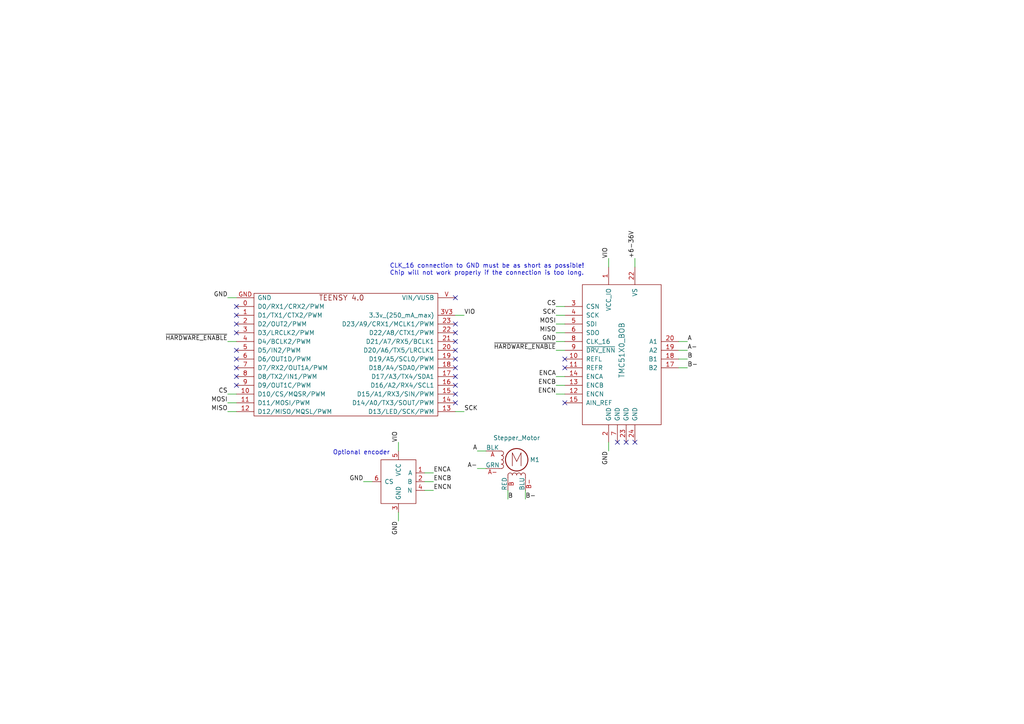
<source format=kicad_sch>
(kicad_sch (version 20230121) (generator eeschema)
  (paper "A4")
  (title_block (title "Trinamic Wiring") (date "2024-06-13") (rev "0.4") (company "Janelia Research Campus"))
  (lib_symbols
    (symbol "Janelia:ENCODER_EMS22Q" (pin_names (offset 1.016))
      (symbol "ENCODER_EMS22Q_0_1"
        (rectangle (start -5.08 6.35) (end 5.08 -6.35))
      )
      (symbol "ENCODER_EMS22Q_1_1"
        (pin output line (at 7.62 2.54 180) (length 2.54) (name "A") (number "1"))
        (pin output line (at 7.62 0 180) (length 2.54) (name "B") (number "2"))
        (pin power_in line (at 0 -8.89 90) (length 2.54) (name "GND") (number "3"))
        (pin output line (at 7.62 -2.54 180) (length 2.54) (name "N") (number "4"))
        (pin power_in line (at 0 8.89 270) (length 2.54) (name "VCC") (number "5"))
        (pin input line (at -7.62 0 0) (length 2.54) (name "CS") (number "6"))
      )
    )
    (symbol "Janelia:Stepper_Motor_QSH2818-32-07-006" (pin_names (offset 0))
      (property "Reference" "M" (at 3.81 0 0))
      (property "Value" "Stepper_Motor_QSH2818-32-07-006" (at 0 6.35 0))
      (symbol "Stepper_Motor_QSH2818-32-07-006_0_0"
        (polyline (pts (xy -1.27 -1.778) (xy -1.27 2.032) (xy 0 -0.508) (xy 1.27 2.032) (xy 1.27 -1.778)))
      )
      (symbol "Stepper_Motor_QSH2818-32-07-006_0_1"
        (arc (start -4.445 -2.54) (mid -3.8127 -1.905) (end -4.445 -1.27))
        (arc (start -4.445 -1.27) (mid -3.8127 -0.635) (end -4.445 0))
        (arc (start -4.445 0) (mid -3.8127 0.635) (end -4.445 1.27))
        (arc (start -4.445 1.27) (mid -3.8127 1.905) (end -4.445 2.54))
        (arc (start -1.27 -4.445) (mid -1.905 -3.8127) (end -2.54 -4.445))
        (arc (start 0 -4.445) (mid -0.635 -3.8127) (end -1.27 -4.445))
        (polyline (pts (xy -5.08 -2.54) (xy -4.445 -2.54)))
        (polyline (pts (xy -5.08 2.54) (xy -4.445 2.54)))
        (polyline (pts (xy -2.54 -5.08) (xy -2.54 -4.445)))
        (polyline (pts (xy 2.54 -5.08) (xy 2.54 -4.445)))
        (circle (center 0 0) (radius 3.2512) (stroke (width 0.254)))
        (arc (start 1.27 -4.445) (mid 0.635 -3.8127) (end 0 -4.445))
        (arc (start 2.54 -4.445) (mid 1.905 -3.8127) (end 1.27 -4.445))
      )
      (symbol "Stepper_Motor_QSH2818-32-07-006_1_1"
        (pin passive line (at -8.89 2.54 0) (length 3.81) (name "BLK") (number "A"))
        (pin passive line (at -8.89 -2.54 0) (length 3.81) (name "GRN") (number "A-"))
        (pin passive line (at -2.54 -8.89 90) (length 3.81) (name "RED") (number "B"))
        (pin passive line (at 2.54 -8.89 90) (length 3.81) (name "BLU") (number "B-"))
      )
    )
    (symbol "Janelia:TEENSY_4.0_HEADERS" (pin_names (offset 1.016))
      (property "Reference" "A" (at 0 19.05 0))
      (symbol "TEENSY_4.0_HEADERS_0_1"
        (rectangle (start -26.67 17.78) (end 26.67 -17.78))
      )
      (symbol "TEENSY_4.0_HEADERS_1_1"
        (text "TEENSY 4.0" (at -1.27 16.51 0) (effects (font (size 1.524 1.524))))
        (pin bidirectional line (at -31.75 13.97 0) (length 5.08) (name "D0/RX1/CRX2/PWM") (number "0"))
        (pin bidirectional line (at -31.75 11.43 0) (length 5.08) (name "D1/TX1/CTX2/PWM") (number "1"))
        (pin bidirectional line (at -31.75 -11.43 0) (length 5.08) (name "D10/CS/MQSR/PWM") (number "10"))
        (pin bidirectional line (at -31.75 -13.97 0) (length 5.08) (name "D11/MOSI/PWM") (number "11"))
        (pin bidirectional line (at -31.75 -16.51 0) (length 5.08) (name "D12/MISO/MQSL/PWM") (number "12"))
        (pin bidirectional line (at 31.75 -16.51 180) (length 5.08) (name "D13/LED/SCK/PWM") (number "13"))
        (pin passive line (at 31.75 -13.97 180) (length 5.08) (name "D14/A0/TX3/SOUT/PWM") (number "14"))
        (pin passive line (at 31.75 -11.43 180) (length 5.08) (name "D15/A1/RX3/SIN/PWM") (number "15"))
        (pin passive line (at 31.75 -8.89 180) (length 5.08) (name "D16/A2/RX4/SCL1") (number "16"))
        (pin passive line (at 31.75 -6.35 180) (length 5.08) (name "D17/A3/TX4/SDA1") (number "17"))
        (pin passive line (at 31.75 -3.81 180) (length 5.08) (name "D18/A4/SDA0/PWM") (number "18"))
        (pin passive line (at 31.75 -1.27 180) (length 5.08) (name "D19/A5/SCL0/PWM") (number "19"))
        (pin bidirectional line (at -31.75 8.89 0) (length 5.08) (name "D2/OUT2/PWM") (number "2"))
        (pin passive line (at 31.75 1.27 180) (length 5.08) (name "D20/A6/TX5/LRCLK1") (number "20"))
        (pin passive line (at 31.75 3.81 180) (length 5.08) (name "D21/A7/RX5/BCLK1") (number "21"))
        (pin passive line (at 31.75 6.35 180) (length 5.08) (name "D22/A8/CTX1/PWM") (number "22"))
        (pin passive line (at 31.75 8.89 180) (length 5.08) (name "D23/A9/CRX1/MCLK1/PWM") (number "23"))
        (pin bidirectional line (at -31.75 6.35 0) (length 5.08) (name "D3/LRCLK2/PWM") (number "3"))
        (pin power_out line (at 31.75 11.43 180) (length 5.08) (name "3.3v_(250_mA_max)") (number "3V3"))
        (pin bidirectional line (at -31.75 3.81 0) (length 5.08) (name "D4/BCLK2/PWM") (number "4"))
        (pin bidirectional line (at -31.75 1.27 0) (length 5.08) (name "D5/IN2/PWM") (number "5"))
        (pin bidirectional line (at -31.75 -1.27 0) (length 5.08) (name "D6/OUT1D/PWM") (number "6"))
        (pin bidirectional line (at -31.75 -3.81 0) (length 5.08) (name "D7/RX2/OUT1A/PWM") (number "7"))
        (pin bidirectional line (at -31.75 -6.35 0) (length 5.08) (name "D8/TX2/IN1/PWM") (number "8"))
        (pin bidirectional line (at -31.75 -8.89 0) (length 5.08) (name "D9/OUT1C/PWM") (number "9"))
        (pin passive line (at -31.75 16.51 0) (length 5.08) (name "GND") (number "GND"))
        (pin passive line (at 31.75 16.51 180) (length 5.08) (name "VIN/VUSB") (number "V"))
      )
    )
    (symbol "Janelia:TMC51X0_BOB" (pin_names (offset 1.016))
      (property "Value" "TMC51X0_BOB" (at 0 0 90))
      (symbol "TMC51X0_BOB_0_1"
        (rectangle (start -11.43 20.32) (end 11.43 -20.32))
      )
      (symbol "TMC51X0_BOB_1_1"
        (pin power_in line (at -3.81 25.4 270) (length 5.08) (name "VCC_IO") (number "1"))
        (pin input line (at -16.51 -1.27 0) (length 5.08) (name "REFL") (number "10"))
        (pin input line (at -16.51 -3.81 0) (length 5.08) (name "REFR") (number "11"))
        (pin input line (at -16.51 -11.43 0) (length 5.08) (name "ENCN") (number "12"))
        (pin input line (at -16.51 -8.89 0) (length 5.08) (name "ENCB") (number "13"))
        (pin input line (at -16.51 -6.35 0) (length 5.08) (name "ENCA") (number "14"))
        (pin input line (at -16.51 -13.97 0) (length 5.08) (name "AIN_REF") (number "15"))
        (pin power_out line (at 16.51 -3.81 180) (length 5.08) (name "B2") (number "17"))
        (pin power_out line (at 16.51 -1.27 180) (length 5.08) (name "B1") (number "18"))
        (pin power_out line (at 16.51 1.27 180) (length 5.08) (name "A2") (number "19"))
        (pin power_in line (at -3.81 -25.4 90) (length 5.08) (name "GND") (number "2"))
        (pin power_out line (at 16.51 3.81 180) (length 5.08) (name "A1") (number "20"))
        (pin power_in line (at 3.81 25.4 270) (length 5.08) (name "VS") (number "22"))
        (pin power_in line (at 1.27 -25.4 90) (length 5.08) (name "GND") (number "23"))
        (pin power_in line (at 3.81 -25.4 90) (length 5.08) (name "GND") (number "24"))
        (pin input line (at -16.51 13.97 0) (length 5.08) (name "CSN") (number "3"))
        (pin input line (at -16.51 11.43 0) (length 5.08) (name "SCK") (number "4"))
        (pin input line (at -16.51 8.89 0) (length 5.08) (name "SDI") (number "5"))
        (pin output line (at -16.51 6.35 0) (length 5.08) (name "SDO") (number "6"))
        (pin power_in line (at -1.27 -25.4 90) (length 5.08) (name "GND") (number "7"))
        (pin input line (at -16.51 3.81 0) (length 5.08) (name "CLK_16") (number "8"))
        (pin input line (at -16.51 1.27 0) (length 5.08) (name "~{DRV_ENN}") (number "9"))
      )
    )
  )
  (no_connect (at 132.08 86.36))
  (no_connect (at 132.08 114.3))
  (no_connect (at 163.83 104.14))
  (no_connect (at 163.83 106.68))
  (no_connect (at 181.61 128.27))
  (no_connect (at 163.83 116.84))
  (no_connect (at 68.58 88.9))
  (no_connect (at 68.58 104.14))
  (no_connect (at 68.58 101.6))
  (no_connect (at 68.58 106.68))
  (no_connect (at 68.58 109.22))
  (no_connect (at 68.58 111.76))
  (no_connect (at 132.08 96.52))
  (no_connect (at 132.08 93.98))
  (no_connect (at 132.08 111.76))
  (no_connect (at 132.08 109.22))
  (no_connect (at 132.08 106.68))
  (no_connect (at 132.08 104.14))
  (no_connect (at 132.08 101.6))
  (no_connect (at 132.08 99.06))
  (no_connect (at 68.58 93.98))
  (no_connect (at 132.08 116.84))
  (no_connect (at 179.07 128.27))
  (no_connect (at 184.15 128.27))
  (no_connect (at 68.58 91.44))
  (no_connect (at 68.58 96.52))
  (wire (pts (xy 196.85 104.14) (xy 199.39 104.14)))
  (wire (pts (xy 161.29 96.52) (xy 163.83 96.52)))
  (wire (pts (xy 138.43 130.81) (xy 140.97 130.81)))
  (wire (pts (xy 161.29 88.9) (xy 163.83 88.9)))
  (wire (pts (xy 66.04 114.3) (xy 68.58 114.3)))
  (wire (pts (xy 123.19 142.24) (xy 125.73 142.24)))
  (wire (pts (xy 66.04 116.84) (xy 68.58 116.84)))
  (wire (pts (xy 147.32 142.24) (xy 147.32 144.78)))
  (wire (pts (xy 68.58 86.36) (xy 66.04 86.36)))
  (wire (pts (xy 123.19 137.16) (xy 125.73 137.16)))
  (wire (pts (xy 123.19 139.7) (xy 125.73 139.7)))
  (wire (pts (xy 115.57 130.81) (xy 115.57 128.27)))
  (wire (pts (xy 138.43 135.89) (xy 140.97 135.89)))
  (wire (pts (xy 115.57 151.13) (xy 115.57 148.59)))
  (wire (pts (xy 163.83 91.44) (xy 161.29 91.44)))
  (wire (pts (xy 105.41 139.7) (xy 107.95 139.7)))
  (wire (pts (xy 161.29 93.98) (xy 163.83 93.98)))
  (wire (pts (xy 176.53 77.47) (xy 176.53 74.93)))
  (wire (pts (xy 163.83 111.76) (xy 161.29 111.76)))
  (wire (pts (xy 152.4 142.24) (xy 152.4 144.78)))
  (wire (pts (xy 66.04 119.38) (xy 68.58 119.38)))
  (wire (pts (xy 132.08 91.44) (xy 134.62 91.44)))
  (wire (pts (xy 163.83 114.3) (xy 161.29 114.3)))
  (wire (pts (xy 196.85 101.6) (xy 199.39 101.6)))
  (wire (pts (xy 176.53 128.27) (xy 176.53 130.81)))
  (wire (pts (xy 184.15 77.47) (xy 184.15 74.93)))
  (wire (pts (xy 163.83 109.22) (xy 161.29 109.22)))
  (wire (pts (xy 163.83 99.06) (xy 161.29 99.06)))
  (wire (pts (xy 161.29 101.6) (xy 163.83 101.6)))
  (wire (pts (xy 196.85 99.06) (xy 199.39 99.06)))
  (wire (pts (xy 132.08 119.38) (xy 134.62 119.38)))
  (wire (pts (xy 66.04 99.06) (xy 68.58 99.06)))
  (wire (pts (xy 196.85 106.68) (xy 199.39 106.68)))
  (text "Optional encoder" (at 96.52 132.08 0) (effects (font (size 1.27 1.27)) (justify left bottom)))
  (text "CLK_16 connection to GND must be as short as possible!\nChip will not work properly if the connection is too long." (at 113.03 80.01 0) (effects (font (size 1.27 1.27)) (justify left bottom)))
  (label "~{HARDWARE_ENABLE}" (at 161.29 101.6 180))
  (label "MISO" (at 161.29 96.52 180))
  (label "A-" (at 199.39 101.6 0))
  (label "ENCA" (at 161.29 109.22 180))
  (label "ENCA" (at 125.73 137.16 0))
  (label "VIO" (at 176.53 74.93 90))
  (label "+6-36V" (at 184.15 74.93 90))
  (label "~{HARDWARE_ENABLE}" (at 66.04 99.06 180))
  (label "ENCN" (at 125.73 142.24 0))
  (label "SCK" (at 161.29 91.44 180))
  (label "VIO" (at 134.62 91.44 0))
  (label "B-" (at 152.4 144.78 0))
  (label "B" (at 147.32 144.78 0))
  (label "CS" (at 66.04 114.3 180))
  (label "GND" (at 115.57 151.13 270))
  (label "B-" (at 199.39 106.68 0))
  (label "GND" (at 161.29 99.06 180))
  (label "A" (at 138.43 130.81 180))
  (label "ENCB" (at 125.73 139.7 0))
  (label "A-" (at 138.43 135.89 180))
  (label "MOSI" (at 161.29 93.98 180))
  (label "ENCB" (at 161.29 111.76 180))
  (label "B" (at 199.39 104.14 0))
  (label "GND" (at 176.53 130.81 270))
  (label "SCK" (at 134.62 119.38 0))
  (label "MOSI" (at 66.04 116.84 180))
  (label "MISO" (at 66.04 119.38 180))
  (label "CS" (at 161.29 88.9 180))
  (label "A" (at 199.39 99.06 0))
  (label "GND" (at 66.04 86.36 180))
  (label "VIO" (at 115.57 128.27 90))
  (label "GND" (at 105.41 139.7 180))
  (label "ENCN" (at 161.29 114.3 180))
  (symbol (lib_id "Janelia:TEENSY_4.0_HEADERS") (at 100.33 102.87 0) (unit 1)
    (property "Reference" "A1" (effects hide))
    (property "Value" "TEENSY_4.0_HEADERS" (effects hide))
    (property "Footprint" "Janelia:TEENSY_4.0_HEADERS" (effects hide))
    (property "Vendor" "Digi-Key" (effects hide))
    (property "Vendor Part Number" "S7047-ND" (effects hide))
    (property "Description" "CONN HDR 14POS 0.1 GOLD PCB" (effects hide))
    (property "Manufacturer" "Sullins Connector Solutions" (effects hide))
    (property "Manufacturer Part Number" "PPPC141LFBN-RC" (effects hide))
    (property "Sim.Enable" "0" (effects hide))
  )
  (symbol (lib_id "Janelia:ENCODER_EMS22Q") (at 115.57 139.7 0) (unit 1)
    (property "Reference" "ENC2" (effects hide))
    (property "Value" "ENCODER_EMS22Q" (effects hide))
    (property "Vendor" "Digi-Key" (effects hide))
    (property "Vendor Part Number" "EMS22Q31-B28-LS4-ND" (effects hide))
    (property "Description" "ROTARY ENCODER MAGNETIC 256PPR" (effects hide))
    (property "Sim.Enable" "0" (effects hide))
    (property "Manufacturer" "Bourns Inc." (effects hide))
    (property "Manufacturer Part Number" "EMS22Q31-B28-LS4" (effects hide))
  )
  (symbol (lib_id "Janelia:TMC51X0_BOB") (at 180.34 102.87 0) (unit 1)
    (property "Reference" "BOB1" (effects hide))
    (property "Value" "TMC51X0_BOB" (at 180.34 101.6 90) (effects (font (size 1.524 1.524))))
    (property "Vendor" "Digi-Key" (effects hide))
    (property "Vendor Part Number" "505-TMC51X0A-BOB-ND" (effects hide))
    (property "Description" "BREAKOUTBOARD WITH TMC51X0A" (effects hide))
    (property "Manufacturer" "Analog Devices Inc." (effects hide))
    (property "Manufacturer Part Number" "TMC51X0A-BOB" (effects hide))
    (property "Sim.Enable" "0" (effects hide))
  )
  (symbol (lib_id "Janelia:Stepper_Motor_QSH2818-32-07-006") (at 149.86 133.35 0) (unit 1)
    (property "Reference" "M1" (at 153.67 133.35 0) (effects (justify left)))
    (property "Value" "Stepper_Motor" (at 149.86 127 0))
    (property "Manufacturer" "Trinamic Motion Control" (effects hide))
    (property "Manufacturer Part Number" "QSH2818-32-07-006" (effects hide))
    (property "Vendor" "Digi-Key" (effects hide))
    (property "Vendor Part Number" "1460-1072-ND" (effects hide))
  )
)
</source>
